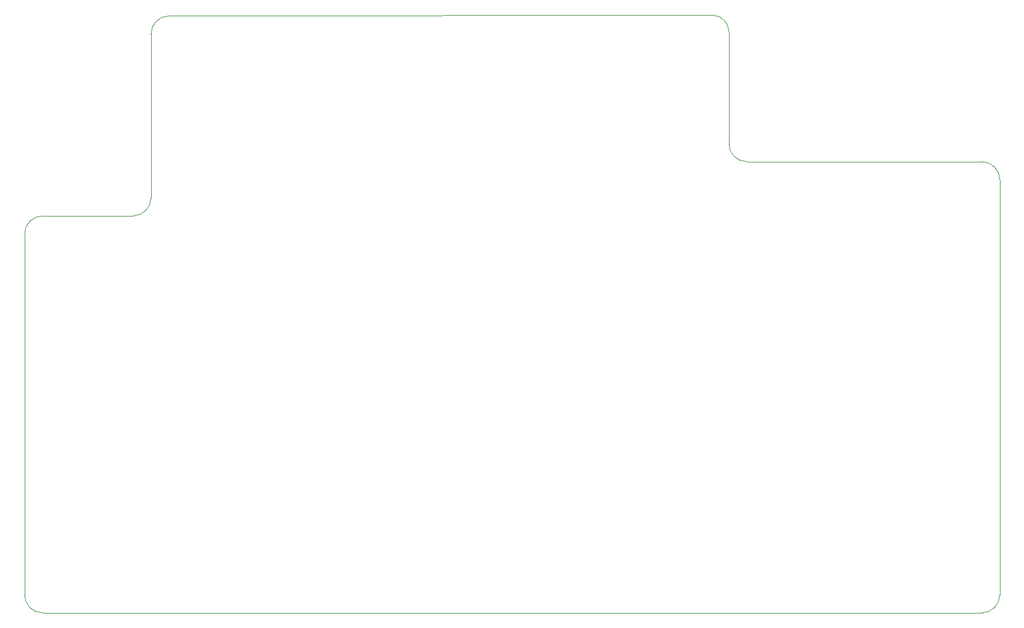
<source format=gbr>
%TF.GenerationSoftware,KiCad,Pcbnew,9.0.2*%
%TF.CreationDate,2025-08-22T17:17:20-07:00*%
%TF.ProjectId,RC,52432e6b-6963-4616-945f-706362585858,rev?*%
%TF.SameCoordinates,Original*%
%TF.FileFunction,Profile,NP*%
%FSLAX46Y46*%
G04 Gerber Fmt 4.6, Leading zero omitted, Abs format (unit mm)*
G04 Created by KiCad (PCBNEW 9.0.2) date 2025-08-22 17:17:20*
%MOMM*%
%LPD*%
G01*
G04 APERTURE LIST*
%TA.AperFunction,Profile*%
%ADD10C,0.050000*%
%TD*%
G04 APERTURE END LIST*
D10*
X157693160Y-37795200D02*
G75*
G02*
X160020000Y-40122040I40J-2326800D01*
G01*
X76200000Y-66040000D02*
X63500000Y-66040000D01*
X195580000Y-58420000D02*
X162560000Y-58420000D01*
X78740000Y-40436800D02*
X78740000Y-63500000D01*
X160020000Y-55880000D02*
X160020000Y-40132000D01*
X157683200Y-37795200D02*
X81280000Y-37896800D01*
X195580000Y-58420000D02*
G75*
G02*
X198120000Y-60960000I0J-2540000D01*
G01*
X60960000Y-68580000D02*
G75*
G02*
X63500000Y-66040000I2540000J0D01*
G01*
X63500000Y-121920000D02*
X195580000Y-121920000D01*
X78740000Y-63500000D02*
G75*
G02*
X76200000Y-66040000I-2540000J0D01*
G01*
X63500000Y-121920000D02*
G75*
G02*
X60960000Y-119380000I0J2540000D01*
G01*
X198120000Y-119380000D02*
G75*
G02*
X195580000Y-121920000I-2540000J0D01*
G01*
X60960000Y-68580000D02*
X60960000Y-119380000D01*
X78740000Y-40436800D02*
G75*
G02*
X81280000Y-37896800I2540000J0D01*
G01*
X162560000Y-58420000D02*
G75*
G02*
X160020000Y-55880000I0J2540000D01*
G01*
X198120000Y-119380000D02*
X198120000Y-60960000D01*
M02*

</source>
